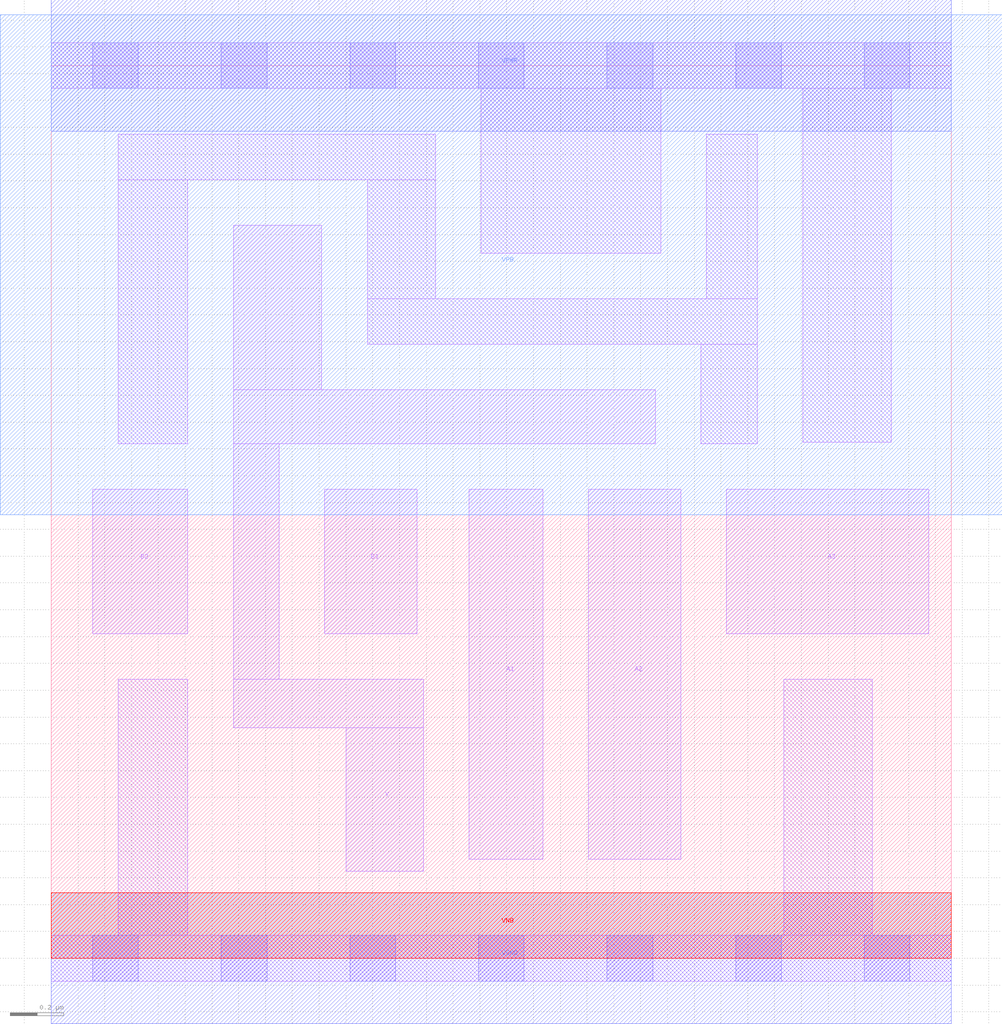
<source format=lef>
# Copyright 2020 The SkyWater PDK Authors
#
# Licensed under the Apache License, Version 2.0 (the "License");
# you may not use this file except in compliance with the License.
# You may obtain a copy of the License at
#
#     https://www.apache.org/licenses/LICENSE-2.0
#
# Unless required by applicable law or agreed to in writing, software
# distributed under the License is distributed on an "AS IS" BASIS,
# WITHOUT WARRANTIES OR CONDITIONS OF ANY KIND, either express or implied.
# See the License for the specific language governing permissions and
# limitations under the License.
#
# SPDX-License-Identifier: Apache-2.0

VERSION 5.7 ;
  NOWIREEXTENSIONATPIN ON ;
  DIVIDERCHAR "/" ;
  BUSBITCHARS "[]" ;
MACRO sky130_fd_sc_lp__a32oi_1
  CLASS CORE ;
  FOREIGN sky130_fd_sc_lp__a32oi_1 ;
  ORIGIN  0.000000  0.000000 ;
  SIZE  3.360000 BY  3.330000 ;
  SYMMETRY X Y R90 ;
  SITE unit ;
  PIN A1
    ANTENNAGATEAREA  0.315000 ;
    DIRECTION INPUT ;
    USE SIGNAL ;
    PORT
      LAYER li1 ;
        RECT 1.560000 0.370000 1.835000 1.750000 ;
    END
  END A1
  PIN A2
    ANTENNAGATEAREA  0.315000 ;
    DIRECTION INPUT ;
    USE SIGNAL ;
    PORT
      LAYER li1 ;
        RECT 2.005000 0.370000 2.350000 1.750000 ;
    END
  END A2
  PIN A3
    ANTENNAGATEAREA  0.315000 ;
    DIRECTION INPUT ;
    USE SIGNAL ;
    PORT
      LAYER li1 ;
        RECT 2.520000 1.210000 3.275000 1.750000 ;
    END
  END A3
  PIN B1
    ANTENNAGATEAREA  0.315000 ;
    DIRECTION INPUT ;
    USE SIGNAL ;
    PORT
      LAYER li1 ;
        RECT 1.020000 1.210000 1.365000 1.750000 ;
    END
  END B1
  PIN B2
    ANTENNAGATEAREA  0.315000 ;
    DIRECTION INPUT ;
    USE SIGNAL ;
    PORT
      LAYER li1 ;
        RECT 0.155000 1.210000 0.510000 1.750000 ;
    END
  END B2
  PIN Y
    ANTENNADIFFAREA  0.688800 ;
    DIRECTION OUTPUT ;
    USE SIGNAL ;
    PORT
      LAYER li1 ;
        RECT 0.680000 0.860000 1.390000 1.040000 ;
        RECT 0.680000 1.040000 0.850000 1.920000 ;
        RECT 0.680000 1.920000 2.255000 2.120000 ;
        RECT 0.680000 2.120000 1.010000 2.735000 ;
        RECT 1.100000 0.325000 1.390000 0.860000 ;
    END
  END Y
  PIN VGND
    DIRECTION INOUT ;
    USE GROUND ;
    PORT
      LAYER met1 ;
        RECT 0.000000 -0.245000 3.360000 0.245000 ;
    END
  END VGND
  PIN VNB
    DIRECTION INOUT ;
    USE GROUND ;
    PORT
      LAYER pwell ;
        RECT 0.000000 0.000000 3.360000 0.245000 ;
    END
  END VNB
  PIN VPB
    DIRECTION INOUT ;
    USE POWER ;
    PORT
      LAYER nwell ;
        RECT -0.190000 1.655000 3.550000 3.520000 ;
    END
  END VPB
  PIN VPWR
    DIRECTION INOUT ;
    USE POWER ;
    PORT
      LAYER met1 ;
        RECT 0.000000 3.085000 3.360000 3.575000 ;
    END
  END VPWR
  OBS
    LAYER li1 ;
      RECT 0.000000 -0.085000 3.360000 0.085000 ;
      RECT 0.000000  3.245000 3.360000 3.415000 ;
      RECT 0.250000  0.085000 0.510000 1.040000 ;
      RECT 0.250000  1.920000 0.510000 2.905000 ;
      RECT 0.250000  2.905000 1.435000 3.075000 ;
      RECT 1.180000  2.290000 2.635000 2.460000 ;
      RECT 1.180000  2.460000 1.435000 2.905000 ;
      RECT 1.605000  2.630000 2.275000 3.245000 ;
      RECT 2.425000  1.920000 2.635000 2.290000 ;
      RECT 2.445000  2.460000 2.635000 3.075000 ;
      RECT 2.735000  0.085000 3.065000 1.040000 ;
      RECT 2.805000  1.925000 3.135000 3.245000 ;
    LAYER mcon ;
      RECT 0.155000 -0.085000 0.325000 0.085000 ;
      RECT 0.155000  3.245000 0.325000 3.415000 ;
      RECT 0.635000 -0.085000 0.805000 0.085000 ;
      RECT 0.635000  3.245000 0.805000 3.415000 ;
      RECT 1.115000 -0.085000 1.285000 0.085000 ;
      RECT 1.115000  3.245000 1.285000 3.415000 ;
      RECT 1.595000 -0.085000 1.765000 0.085000 ;
      RECT 1.595000  3.245000 1.765000 3.415000 ;
      RECT 2.075000 -0.085000 2.245000 0.085000 ;
      RECT 2.075000  3.245000 2.245000 3.415000 ;
      RECT 2.555000 -0.085000 2.725000 0.085000 ;
      RECT 2.555000  3.245000 2.725000 3.415000 ;
      RECT 3.035000 -0.085000 3.205000 0.085000 ;
      RECT 3.035000  3.245000 3.205000 3.415000 ;
  END
END sky130_fd_sc_lp__a32oi_1
END LIBRARY

</source>
